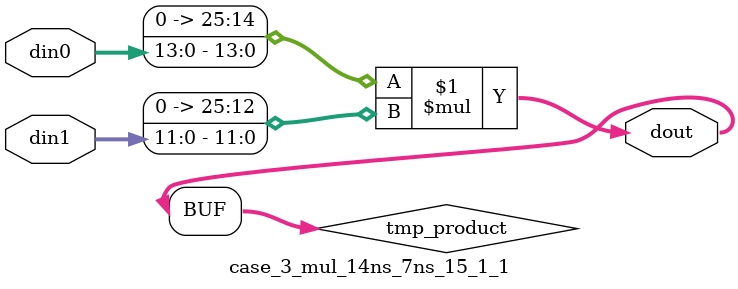
<source format=v>

`timescale 1 ns / 1 ps

 (* use_dsp = "no" *)  module case_3_mul_14ns_7ns_15_1_1(din0, din1, dout);
parameter ID = 1;
parameter NUM_STAGE = 0;
parameter din0_WIDTH = 14;
parameter din1_WIDTH = 12;
parameter dout_WIDTH = 26;

input [din0_WIDTH - 1 : 0] din0; 
input [din1_WIDTH - 1 : 0] din1; 
output [dout_WIDTH - 1 : 0] dout;

wire signed [dout_WIDTH - 1 : 0] tmp_product;
























assign tmp_product = $signed({1'b0, din0}) * $signed({1'b0, din1});











assign dout = tmp_product;





















endmodule

</source>
